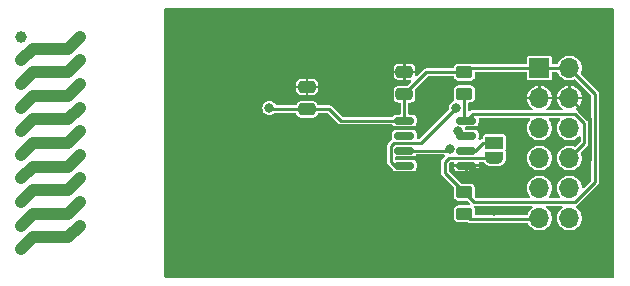
<source format=gbr>
%TF.GenerationSoftware,KiCad,Pcbnew,7.0.10*%
%TF.CreationDate,2024-01-17T20:15:58+01:00*%
%TF.ProjectId,RA01_868,52413031-5f38-4363-982e-6b696361645f,rev?*%
%TF.SameCoordinates,Original*%
%TF.FileFunction,Copper,L2,Bot*%
%TF.FilePolarity,Positive*%
%FSLAX46Y46*%
G04 Gerber Fmt 4.6, Leading zero omitted, Abs format (unit mm)*
G04 Created by KiCad (PCBNEW 7.0.10) date 2024-01-17 20:15:58*
%MOMM*%
%LPD*%
G01*
G04 APERTURE LIST*
G04 Aperture macros list*
%AMRoundRect*
0 Rectangle with rounded corners*
0 $1 Rounding radius*
0 $2 $3 $4 $5 $6 $7 $8 $9 X,Y pos of 4 corners*
0 Add a 4 corners polygon primitive as box body*
4,1,4,$2,$3,$4,$5,$6,$7,$8,$9,$2,$3,0*
0 Add four circle primitives for the rounded corners*
1,1,$1+$1,$2,$3*
1,1,$1+$1,$4,$5*
1,1,$1+$1,$6,$7*
1,1,$1+$1,$8,$9*
0 Add four rect primitives between the rounded corners*
20,1,$1+$1,$2,$3,$4,$5,0*
20,1,$1+$1,$4,$5,$6,$7,0*
20,1,$1+$1,$6,$7,$8,$9,0*
20,1,$1+$1,$8,$9,$2,$3,0*%
%AMFreePoly0*
4,1,19,0.550000,-0.750000,0.000000,-0.750000,0.000000,-0.744911,-0.071157,-0.744911,-0.207708,-0.704816,-0.327430,-0.627875,-0.420627,-0.520320,-0.479746,-0.390866,-0.500000,-0.250000,-0.500000,0.250000,-0.479746,0.390866,-0.420627,0.520320,-0.327430,0.627875,-0.207708,0.704816,-0.071157,0.744911,0.000000,0.744911,0.000000,0.750000,0.550000,0.750000,0.550000,-0.750000,0.550000,-0.750000,
$1*%
%AMFreePoly1*
4,1,19,0.000000,0.744911,0.071157,0.744911,0.207708,0.704816,0.327430,0.627875,0.420627,0.520320,0.479746,0.390866,0.500000,0.250000,0.500000,-0.250000,0.479746,-0.390866,0.420627,-0.520320,0.327430,-0.627875,0.207708,-0.704816,0.071157,-0.744911,0.000000,-0.744911,0.000000,-0.750000,-0.550000,-0.750000,-0.550000,0.750000,0.000000,0.750000,0.000000,0.744911,0.000000,0.744911,
$1*%
G04 Aperture macros list end*
%TA.AperFunction,EtchedComponent*%
%ADD10C,1.000000*%
%TD*%
%TA.AperFunction,ComponentPad*%
%ADD11R,1.700000X1.700000*%
%TD*%
%TA.AperFunction,ComponentPad*%
%ADD12O,1.700000X1.700000*%
%TD*%
%TA.AperFunction,ComponentPad*%
%ADD13C,1.000000*%
%TD*%
%TA.AperFunction,SMDPad,CuDef*%
%ADD14FreePoly0,270.000000*%
%TD*%
%TA.AperFunction,SMDPad,CuDef*%
%ADD15R,1.500000X1.000000*%
%TD*%
%TA.AperFunction,SMDPad,CuDef*%
%ADD16FreePoly1,270.000000*%
%TD*%
%TA.AperFunction,SMDPad,CuDef*%
%ADD17RoundRect,0.250000X0.475000X-0.250000X0.475000X0.250000X-0.475000X0.250000X-0.475000X-0.250000X0*%
%TD*%
%TA.AperFunction,SMDPad,CuDef*%
%ADD18RoundRect,0.250000X-0.450000X0.262500X-0.450000X-0.262500X0.450000X-0.262500X0.450000X0.262500X0*%
%TD*%
%TA.AperFunction,SMDPad,CuDef*%
%ADD19RoundRect,0.150000X0.675000X0.150000X-0.675000X0.150000X-0.675000X-0.150000X0.675000X-0.150000X0*%
%TD*%
%TA.AperFunction,ViaPad*%
%ADD20C,0.800000*%
%TD*%
%TA.AperFunction,Conductor*%
%ADD21C,0.250000*%
%TD*%
G04 APERTURE END LIST*
D10*
%TO.C,AE1*%
X105960000Y-58530000D02*
X106960000Y-57530000D01*
X106960000Y-57530000D02*
X109960000Y-57530000D01*
X109960000Y-57530000D02*
X110960000Y-56530000D01*
X105960000Y-56530000D02*
X106960000Y-55530000D01*
X106960000Y-55530000D02*
X109960000Y-55530000D01*
X109960000Y-55530000D02*
X110960000Y-54530000D01*
X105960000Y-54530000D02*
X106960000Y-53530000D01*
X106960000Y-53530000D02*
X109960000Y-53530000D01*
X109960000Y-53530000D02*
X110960000Y-52530000D01*
X105960000Y-52530000D02*
X106960000Y-51530000D01*
X106960000Y-51530000D02*
X109960000Y-51530000D01*
X109960000Y-51530000D02*
X110960000Y-50530000D01*
X105960000Y-50530000D02*
X106960000Y-49530000D01*
X106960000Y-49530000D02*
X109960000Y-49530000D01*
X109960000Y-49530000D02*
X110960000Y-48530000D01*
X105960000Y-48530000D02*
X106960000Y-47530000D01*
X106960000Y-47530000D02*
X109960000Y-47530000D01*
X109960000Y-47530000D02*
X110960000Y-46530000D01*
X105960000Y-46530000D02*
X106960000Y-45530000D01*
X106960000Y-45530000D02*
X109960000Y-45530000D01*
X109960000Y-45530000D02*
X110960000Y-44530000D01*
X105960000Y-44530000D02*
X106960000Y-43530000D01*
X106960000Y-43530000D02*
X109960000Y-43530000D01*
X109960000Y-43530000D02*
X110960000Y-42530000D01*
X105960000Y-42530000D02*
X106960000Y-41530000D01*
X106960000Y-41530000D02*
X109960000Y-41530000D01*
X109960000Y-41530000D02*
X110960000Y-40530000D01*
%TD*%
D11*
%TO.P,J1,1,Pin_1*%
%TO.N,VCC*%
X149860000Y-43180000D03*
D12*
%TO.P,J1,2,Pin_2*%
X152400000Y-43180000D03*
%TO.P,J1,3,Pin_3*%
%TO.N,GND*%
X149860000Y-45720000D03*
%TO.P,J1,4,Pin_4*%
X152400000Y-45720000D03*
%TO.P,J1,5,Pin_5*%
%TO.N,SCK*%
X149860000Y-48260000D03*
%TO.P,J1,6,Pin_6*%
%TO.N,unconnected-(J1-Pin_6-Pad6)*%
X152400000Y-48260000D03*
%TO.P,J1,7,Pin_7*%
%TO.N,MISO*%
X149860000Y-50800000D03*
%TO.P,J1,8,Pin_8*%
%TO.N,nCS2*%
X152400000Y-50800000D03*
%TO.P,J1,9,Pin_9*%
%TO.N,MOSI*%
X149860000Y-53340000D03*
%TO.P,J1,10,Pin_10*%
%TO.N,nRESET*%
X152400000Y-53340000D03*
%TO.P,J1,11,Pin_11*%
%TO.N,nCS*%
X149860000Y-55880000D03*
%TO.P,J1,12,Pin_12*%
%TO.N,DIO0*%
X152400000Y-55880000D03*
%TD*%
D13*
%TO.P,AE1,*%
%TO.N,*%
X105960000Y-58530000D03*
X105960000Y-56530000D03*
X110960000Y-56530000D03*
X105960000Y-54530000D03*
X110960000Y-54530000D03*
X105960000Y-52530000D03*
X110960000Y-52530000D03*
X105960000Y-50530000D03*
X110960000Y-50530000D03*
X105960000Y-48530000D03*
X110960000Y-48530000D03*
X105960000Y-46530000D03*
X110960000Y-46530000D03*
X105960000Y-44530000D03*
X110960000Y-44530000D03*
X105960000Y-42530000D03*
X110960000Y-42530000D03*
X105960000Y-40530000D03*
X110960000Y-40530000D03*
%TD*%
D14*
%TO.P,JP1,1,A*%
%TO.N,GND*%
X146050000Y-48200000D03*
D15*
%TO.P,JP1,2,C*%
%TO.N,Net-(JP1-C)*%
X146050000Y-49500000D03*
D16*
%TO.P,JP1,3,B*%
%TO.N,VCC*%
X146050000Y-50800000D03*
%TD*%
D17*
%TO.P,C1,1*%
%TO.N,VCC*%
X130175000Y-46670000D03*
%TO.P,C1,2*%
%TO.N,GND*%
X130175000Y-44770000D03*
%TD*%
D18*
%TO.P,R2,1*%
%TO.N,VCC*%
X143510000Y-53697500D03*
%TO.P,R2,2*%
%TO.N,nCS*%
X143510000Y-55522500D03*
%TD*%
%TO.P,R1,1*%
%TO.N,VCC*%
X143510000Y-43537500D03*
%TO.P,R1,2*%
%TO.N,nCS2*%
X143510000Y-45362500D03*
%TD*%
D17*
%TO.P,C2,1*%
%TO.N,VCC*%
X138430000Y-45400000D03*
%TO.P,C2,2*%
%TO.N,GND*%
X138430000Y-43500000D03*
%TD*%
D19*
%TO.P,U2,1,~{CS}*%
%TO.N,nCS2*%
X143680000Y-47625000D03*
%TO.P,U2,2,O1/SO*%
%TO.N,MISO*%
X143680000Y-48895000D03*
%TO.P,U2,3,~{WP}*%
%TO.N,Net-(JP1-C)*%
X143680000Y-50165000D03*
%TO.P,U2,4,VSS*%
%TO.N,GND*%
X143680000Y-51435000D03*
%TO.P,U2,5,SI/IO0*%
%TO.N,MOSI*%
X138430000Y-51435000D03*
%TO.P,U2,6,SCLK*%
%TO.N,SCK*%
X138430000Y-50165000D03*
%TO.P,U2,7,NC*%
%TO.N,unconnected-(U2-NC-Pad7)*%
X138430000Y-48895000D03*
%TO.P,U2,8,VCC*%
%TO.N,VCC*%
X138430000Y-47625000D03*
%TD*%
D20*
%TO.N,GND*%
X146050000Y-55245000D03*
X148590000Y-57150000D03*
X128905000Y-49530000D03*
%TO.N,MISO*%
X143000000Y-48545000D03*
%TO.N,MOSI*%
X142785000Y-46545000D03*
%TO.N,SCK*%
X142255329Y-50075000D03*
%TO.N,VCC*%
X127000000Y-46545000D03*
%TO.N,GND*%
X142875000Y-38735000D03*
X155575000Y-40005000D03*
X154305000Y-60325000D03*
X155575000Y-56515000D03*
X128905000Y-60325000D03*
X123825000Y-60325000D03*
X155575000Y-55245000D03*
X126365000Y-38735000D03*
X155575000Y-41275000D03*
X130175000Y-38735000D03*
X135255000Y-38735000D03*
X132715000Y-60325000D03*
X149225000Y-60325000D03*
X128905000Y-38735000D03*
X155575000Y-57785000D03*
X139065000Y-60325000D03*
X126365000Y-60325000D03*
X144145000Y-38735000D03*
X150495000Y-38735000D03*
X132715000Y-38735000D03*
X131445000Y-60325000D03*
X155575000Y-59055000D03*
X151765000Y-60325000D03*
X137795000Y-60325000D03*
X122555000Y-38735000D03*
X155575000Y-38735000D03*
X121285000Y-60325000D03*
X153035000Y-60325000D03*
X145415000Y-38735000D03*
X154305000Y-38735000D03*
X127635000Y-38735000D03*
X133985000Y-60325000D03*
X155575000Y-43815000D03*
X144145000Y-60325000D03*
X155575000Y-45085000D03*
X127635000Y-60325000D03*
X155575000Y-53975000D03*
X155575000Y-51435000D03*
X125095000Y-38735000D03*
X150495000Y-60325000D03*
X155575000Y-42545000D03*
X122555000Y-60325000D03*
X151765000Y-38735000D03*
X137795000Y-38735000D03*
X121285000Y-38735000D03*
X153035000Y-38735000D03*
X155575000Y-52705000D03*
X125095000Y-60325000D03*
X142875000Y-60325000D03*
X120015000Y-38735000D03*
X140335000Y-60325000D03*
X130175000Y-60325000D03*
X149225000Y-38735000D03*
X118745000Y-38735000D03*
X155575000Y-50165000D03*
X155575000Y-47625000D03*
X146685000Y-38735000D03*
X118745000Y-60325000D03*
X146685000Y-60325000D03*
X155575000Y-46355000D03*
X135255000Y-60325000D03*
X141605000Y-60325000D03*
X155575000Y-60325000D03*
X136525000Y-38735000D03*
X133985000Y-38735000D03*
X155575000Y-48895000D03*
X139065000Y-38735000D03*
X120015000Y-60325000D03*
X123825000Y-38735000D03*
X145415000Y-60325000D03*
X141605000Y-38735000D03*
X147955000Y-38735000D03*
X147955000Y-60325000D03*
X136525000Y-60325000D03*
X140335000Y-38735000D03*
X131445000Y-38735000D03*
%TD*%
D21*
%TO.N,nCS*%
X143510000Y-55522500D02*
X143957500Y-55970000D01*
X143957500Y-55970000D02*
X149770000Y-55970000D01*
X149770000Y-55970000D02*
X149860000Y-55880000D01*
%TO.N,VCC*%
X143510000Y-53697500D02*
X144327500Y-54515000D01*
X154570000Y-52831701D02*
X154570000Y-45350000D01*
X144327500Y-54515000D02*
X152886701Y-54515000D01*
X152886701Y-54515000D02*
X154570000Y-52831701D01*
X154570000Y-45350000D02*
X152400000Y-43180000D01*
%TO.N,GND*%
X152400000Y-45720000D02*
X154120000Y-47440000D01*
X154120000Y-47440000D02*
X154120000Y-50985000D01*
X153035000Y-52070000D02*
X148590000Y-52070000D01*
X154120000Y-50985000D02*
X153035000Y-52070000D01*
X148590000Y-52070000D02*
X147955000Y-51435000D01*
%TO.N,MISO*%
X143680000Y-48895000D02*
X143350000Y-48895000D01*
X143350000Y-48895000D02*
X143000000Y-48545000D01*
%TO.N,MOSI*%
X138430000Y-51435000D02*
X137605001Y-51435000D01*
X137605001Y-51435000D02*
X137280000Y-51109999D01*
X137280000Y-51109999D02*
X137280000Y-49814092D01*
X137280000Y-49814092D02*
X137564092Y-49530000D01*
X137564092Y-49530000D02*
X139800000Y-49530000D01*
X139800000Y-49530000D02*
X142785000Y-46545000D01*
%TO.N,SCK*%
X138430000Y-50165000D02*
X142165329Y-50165000D01*
X142165329Y-50165000D02*
X142255329Y-50075000D01*
%TO.N,VCC*%
X130175000Y-46670000D02*
X127125000Y-46670000D01*
X127125000Y-46670000D02*
X127000000Y-46545000D01*
X133030000Y-47625000D02*
X132075000Y-46670000D01*
X132075000Y-46670000D02*
X130175000Y-46670000D01*
%TO.N,GND*%
X147655001Y-51734999D02*
X147955000Y-51435000D01*
X147955000Y-51435000D02*
X147955000Y-49355000D01*
X143680000Y-51435000D02*
X143979999Y-51734999D01*
X146800000Y-48200000D02*
X146050000Y-48200000D01*
X147955000Y-49355000D02*
X146800000Y-48200000D01*
X143979999Y-51734999D02*
X147655001Y-51734999D01*
%TO.N,nCS*%
X149502500Y-55522500D02*
X149860000Y-55880000D01*
X143510000Y-55522500D02*
X143327500Y-55705000D01*
%TO.N,VCC*%
X143510000Y-53697500D02*
X141865000Y-52052500D01*
X142184645Y-50800000D02*
X146050000Y-50800000D01*
X141865000Y-51119645D02*
X142184645Y-50800000D01*
X152400000Y-43180000D02*
X149860000Y-43180000D01*
X143867500Y-43180000D02*
X143510000Y-43537500D01*
X141865000Y-52052500D02*
X141865000Y-51119645D01*
X149860000Y-43180000D02*
X143867500Y-43180000D01*
X138430000Y-47625000D02*
X133030000Y-47625000D01*
X143510000Y-43537500D02*
X140292500Y-43537500D01*
X138430000Y-45400000D02*
X138430000Y-47625000D01*
X140292500Y-43537500D02*
X138430000Y-45400000D01*
%TO.N,nCS2*%
X143510000Y-45362500D02*
X143510000Y-47455000D01*
X143680000Y-47625000D02*
X144220000Y-47085000D01*
X143510000Y-47625000D02*
X143680000Y-47625000D01*
X153670000Y-49530000D02*
X152400000Y-50800000D01*
X152886701Y-47085000D02*
X153670000Y-47868299D01*
X143510000Y-47455000D02*
X143680000Y-47625000D01*
X153670000Y-47868299D02*
X153670000Y-49530000D01*
X144220000Y-47085000D02*
X152886701Y-47085000D01*
%TO.N,Net-(JP1-C)*%
X144385000Y-50165000D02*
X145050000Y-49500000D01*
X145050000Y-49500000D02*
X146050000Y-49500000D01*
X143680000Y-50165000D02*
X144385000Y-50165000D01*
%TD*%
%TA.AperFunction,Conductor*%
%TO.N,GND*%
G36*
X149252226Y-54859407D02*
G01*
X149288190Y-54908907D01*
X149288190Y-54970093D01*
X149256840Y-55016028D01*
X149113595Y-55133585D01*
X149113585Y-55133595D01*
X148982316Y-55293547D01*
X148884768Y-55476045D01*
X148854982Y-55574238D01*
X148819997Y-55624435D01*
X148762189Y-55644481D01*
X148760245Y-55644500D01*
X144509500Y-55644500D01*
X144451309Y-55625593D01*
X144415345Y-55576093D01*
X144410500Y-55545500D01*
X144410500Y-55205727D01*
X144410499Y-55205725D01*
X144407646Y-55175305D01*
X144407646Y-55175301D01*
X144362793Y-55047118D01*
X144326754Y-54998287D01*
X144307414Y-54940240D01*
X144325886Y-54881909D01*
X144375115Y-54845577D01*
X144406411Y-54840500D01*
X149194035Y-54840500D01*
X149252226Y-54859407D01*
G37*
%TD.AperFunction*%
%TA.AperFunction,Conductor*%
G36*
X156143691Y-38144407D02*
G01*
X156179655Y-38193907D01*
X156184500Y-38224500D01*
X156184500Y-60835500D01*
X156165593Y-60893691D01*
X156116093Y-60929655D01*
X156085500Y-60934500D01*
X118209000Y-60934500D01*
X118150809Y-60915593D01*
X118114845Y-60866093D01*
X118110000Y-60835500D01*
X118110000Y-46545000D01*
X126394318Y-46545000D01*
X126414955Y-46701758D01*
X126414957Y-46701766D01*
X126475462Y-46847838D01*
X126475462Y-46847839D01*
X126490888Y-46867942D01*
X126571718Y-46973282D01*
X126697159Y-47069536D01*
X126697160Y-47069536D01*
X126697161Y-47069537D01*
X126838856Y-47128229D01*
X126843238Y-47130044D01*
X126960809Y-47145522D01*
X126999999Y-47150682D01*
X127000000Y-47150682D01*
X127000001Y-47150682D01*
X127031352Y-47146554D01*
X127156762Y-47130044D01*
X127302841Y-47069536D01*
X127372665Y-47015957D01*
X127430341Y-46995534D01*
X127432932Y-46995500D01*
X129178891Y-46995500D01*
X129237082Y-47014407D01*
X129272335Y-47061802D01*
X129297207Y-47132883D01*
X129377845Y-47242144D01*
X129377847Y-47242146D01*
X129377850Y-47242150D01*
X129377853Y-47242152D01*
X129377855Y-47242154D01*
X129487116Y-47322792D01*
X129487117Y-47322792D01*
X129487118Y-47322793D01*
X129615301Y-47367646D01*
X129645725Y-47370499D01*
X129645727Y-47370500D01*
X129645734Y-47370500D01*
X130704273Y-47370500D01*
X130704273Y-47370499D01*
X130734699Y-47367646D01*
X130862882Y-47322793D01*
X130972150Y-47242150D01*
X131052793Y-47132882D01*
X131077665Y-47061802D01*
X131114730Y-47013122D01*
X131171109Y-46995500D01*
X131899166Y-46995500D01*
X131957357Y-47014407D01*
X131969170Y-47024496D01*
X132786730Y-47842056D01*
X132792564Y-47848423D01*
X132817545Y-47878194D01*
X132851209Y-47897630D01*
X132858482Y-47902264D01*
X132879173Y-47916752D01*
X132890316Y-47924554D01*
X132891767Y-47924942D01*
X132915659Y-47934840D01*
X132916954Y-47935588D01*
X132955220Y-47942335D01*
X132963652Y-47944204D01*
X133001193Y-47954264D01*
X133039905Y-47950876D01*
X133048534Y-47950500D01*
X137393812Y-47950500D01*
X137452003Y-47969407D01*
X137463816Y-47979496D01*
X137465801Y-47981481D01*
X137465802Y-47981483D01*
X137548517Y-48064198D01*
X137602285Y-48090483D01*
X137653604Y-48115572D01*
X137653605Y-48115572D01*
X137653607Y-48115573D01*
X137721740Y-48125500D01*
X137721743Y-48125500D01*
X139138257Y-48125500D01*
X139138260Y-48125500D01*
X139206393Y-48115573D01*
X139311483Y-48064198D01*
X139394198Y-47981483D01*
X139445573Y-47876393D01*
X139455500Y-47808260D01*
X139455500Y-47441740D01*
X139445573Y-47373607D01*
X139444054Y-47370500D01*
X139419220Y-47319700D01*
X139394198Y-47268517D01*
X139311483Y-47185802D01*
X139311481Y-47185801D01*
X139206395Y-47134427D01*
X139179139Y-47130456D01*
X139138260Y-47124500D01*
X139138257Y-47124500D01*
X138854500Y-47124500D01*
X138796309Y-47105593D01*
X138760345Y-47056093D01*
X138755500Y-47025500D01*
X138755500Y-46199500D01*
X138774407Y-46141309D01*
X138823907Y-46105345D01*
X138854500Y-46100500D01*
X138959273Y-46100500D01*
X138959273Y-46100499D01*
X138989699Y-46097646D01*
X139117882Y-46052793D01*
X139227150Y-45972150D01*
X139307793Y-45862882D01*
X139352646Y-45734699D01*
X139355499Y-45704273D01*
X139355500Y-45704273D01*
X139355500Y-45095727D01*
X139355499Y-45095725D01*
X139353481Y-45074211D01*
X139352646Y-45065301D01*
X139340109Y-45029474D01*
X139338736Y-44968306D01*
X139363548Y-44926776D01*
X140398330Y-43891996D01*
X140452847Y-43864219D01*
X140468334Y-43863000D01*
X142534517Y-43863000D01*
X142592708Y-43881907D01*
X142627961Y-43929302D01*
X142657207Y-44012883D01*
X142737845Y-44122144D01*
X142737847Y-44122146D01*
X142737850Y-44122150D01*
X142737853Y-44122152D01*
X142737855Y-44122154D01*
X142847116Y-44202792D01*
X142847117Y-44202792D01*
X142847118Y-44202793D01*
X142975301Y-44247646D01*
X143005725Y-44250499D01*
X143005727Y-44250500D01*
X143005734Y-44250500D01*
X144014273Y-44250500D01*
X144014273Y-44250499D01*
X144044699Y-44247646D01*
X144172882Y-44202793D01*
X144282150Y-44122150D01*
X144362793Y-44012882D01*
X144407646Y-43884699D01*
X144410499Y-43854273D01*
X144410500Y-43854273D01*
X144410500Y-43604500D01*
X144429407Y-43546309D01*
X144478907Y-43510345D01*
X144509500Y-43505500D01*
X148710500Y-43505500D01*
X148768691Y-43524407D01*
X148804655Y-43573907D01*
X148809500Y-43604500D01*
X148809500Y-44049746D01*
X148809501Y-44049758D01*
X148821132Y-44108227D01*
X148821134Y-44108233D01*
X148860493Y-44167137D01*
X148865448Y-44174552D01*
X148931769Y-44218867D01*
X148976231Y-44227711D01*
X148990241Y-44230498D01*
X148990246Y-44230498D01*
X148990252Y-44230500D01*
X148990253Y-44230500D01*
X150729747Y-44230500D01*
X150729748Y-44230500D01*
X150788231Y-44218867D01*
X150854552Y-44174552D01*
X150898867Y-44108231D01*
X150910500Y-44049748D01*
X150910500Y-43604500D01*
X150929407Y-43546309D01*
X150978907Y-43510345D01*
X151009500Y-43505500D01*
X151327546Y-43505500D01*
X151385737Y-43524407D01*
X151421701Y-43573907D01*
X151422267Y-43575709D01*
X151424768Y-43583954D01*
X151424769Y-43583956D01*
X151522316Y-43766452D01*
X151619355Y-43884694D01*
X151653590Y-43926410D01*
X151653595Y-43926414D01*
X151813547Y-44057683D01*
X151813548Y-44057683D01*
X151813550Y-44057685D01*
X151996046Y-44155232D01*
X152133997Y-44197078D01*
X152194065Y-44215300D01*
X152194070Y-44215301D01*
X152399997Y-44235583D01*
X152400000Y-44235583D01*
X152400003Y-44235583D01*
X152605929Y-44215301D01*
X152605934Y-44215300D01*
X152803954Y-44155232D01*
X152811499Y-44151198D01*
X152871730Y-44140439D01*
X152926783Y-44167137D01*
X152928176Y-44168502D01*
X154215504Y-45455830D01*
X154243281Y-45510347D01*
X154244500Y-45525834D01*
X154244500Y-52655865D01*
X154225593Y-52714056D01*
X154215504Y-52725869D01*
X153616665Y-53324708D01*
X153562148Y-53352485D01*
X153501716Y-53342914D01*
X153458451Y-53299649D01*
X153448138Y-53264408D01*
X153435301Y-53134070D01*
X153435300Y-53134065D01*
X153396682Y-53006758D01*
X153375232Y-52936046D01*
X153277685Y-52753550D01*
X153245273Y-52714056D01*
X153146414Y-52593595D01*
X153146410Y-52593590D01*
X153146404Y-52593585D01*
X152986452Y-52462316D01*
X152803954Y-52364768D01*
X152605934Y-52304699D01*
X152605929Y-52304698D01*
X152400003Y-52284417D01*
X152399997Y-52284417D01*
X152194070Y-52304698D01*
X152194065Y-52304699D01*
X151996045Y-52364768D01*
X151813547Y-52462316D01*
X151653595Y-52593585D01*
X151653585Y-52593595D01*
X151522316Y-52753547D01*
X151424768Y-52936045D01*
X151364699Y-53134065D01*
X151364698Y-53134070D01*
X151344417Y-53339996D01*
X151344417Y-53340003D01*
X151364698Y-53545929D01*
X151364699Y-53545934D01*
X151424768Y-53743954D01*
X151522316Y-53926452D01*
X151605404Y-54027695D01*
X151627704Y-54084672D01*
X151612255Y-54143875D01*
X151564958Y-54182690D01*
X151528876Y-54189500D01*
X150731124Y-54189500D01*
X150672933Y-54170593D01*
X150636969Y-54121093D01*
X150636969Y-54059907D01*
X150654596Y-54027695D01*
X150665617Y-54014266D01*
X150737685Y-53926450D01*
X150835232Y-53743954D01*
X150895300Y-53545934D01*
X150895301Y-53545929D01*
X150915583Y-53340003D01*
X150915583Y-53339996D01*
X150895301Y-53134070D01*
X150895300Y-53134065D01*
X150856682Y-53006758D01*
X150835232Y-52936046D01*
X150737685Y-52753550D01*
X150705273Y-52714056D01*
X150606414Y-52593595D01*
X150606410Y-52593590D01*
X150606404Y-52593585D01*
X150446452Y-52462316D01*
X150263954Y-52364768D01*
X150065934Y-52304699D01*
X150065929Y-52304698D01*
X149860003Y-52284417D01*
X149859997Y-52284417D01*
X149654070Y-52304698D01*
X149654065Y-52304699D01*
X149456045Y-52364768D01*
X149273547Y-52462316D01*
X149113595Y-52593585D01*
X149113585Y-52593595D01*
X148982316Y-52753547D01*
X148884768Y-52936045D01*
X148824699Y-53134065D01*
X148824698Y-53134070D01*
X148804417Y-53339996D01*
X148804417Y-53340003D01*
X148824698Y-53545929D01*
X148824699Y-53545934D01*
X148884768Y-53743954D01*
X148982316Y-53926452D01*
X149065404Y-54027695D01*
X149087704Y-54084672D01*
X149072255Y-54143875D01*
X149024958Y-54182690D01*
X148988876Y-54189500D01*
X144503334Y-54189500D01*
X144445143Y-54170593D01*
X144433330Y-54160504D01*
X144428271Y-54155445D01*
X144400494Y-54100928D01*
X144404831Y-54052741D01*
X144407646Y-54044699D01*
X144410499Y-54014273D01*
X144410500Y-54014273D01*
X144410500Y-53380727D01*
X144410499Y-53380725D01*
X144407646Y-53350301D01*
X144362793Y-53222118D01*
X144297807Y-53134065D01*
X144282154Y-53112855D01*
X144282152Y-53112853D01*
X144282150Y-53112850D01*
X144282146Y-53112847D01*
X144282144Y-53112845D01*
X144172883Y-53032207D01*
X144044703Y-52987355D01*
X144044694Y-52987353D01*
X144014274Y-52984500D01*
X144014266Y-52984500D01*
X143298335Y-52984500D01*
X143240144Y-52965593D01*
X143228331Y-52955504D01*
X142219496Y-51946669D01*
X142191719Y-51892152D01*
X142190500Y-51876665D01*
X142190500Y-51618216D01*
X142655001Y-51618216D01*
X142664912Y-51686250D01*
X142716214Y-51791188D01*
X142798812Y-51873786D01*
X142903751Y-51925087D01*
X142971784Y-51934999D01*
X143579998Y-51934999D01*
X143580000Y-51934998D01*
X143780000Y-51934998D01*
X143780001Y-51934999D01*
X144388213Y-51934999D01*
X144388216Y-51934998D01*
X144456250Y-51925087D01*
X144561188Y-51873785D01*
X144643786Y-51791187D01*
X144695087Y-51686248D01*
X144705000Y-51618215D01*
X144705000Y-51535001D01*
X144704999Y-51535000D01*
X143780001Y-51535000D01*
X143780000Y-51535001D01*
X143780000Y-51934998D01*
X143580000Y-51934998D01*
X143580000Y-51535001D01*
X143579999Y-51535000D01*
X142655002Y-51535000D01*
X142655001Y-51535001D01*
X142655001Y-51618216D01*
X142190500Y-51618216D01*
X142190500Y-51295478D01*
X142209407Y-51237287D01*
X142219497Y-51225474D01*
X142290476Y-51154496D01*
X142344993Y-51126719D01*
X142360479Y-51125500D01*
X142558930Y-51125500D01*
X142617121Y-51144407D01*
X142653085Y-51193907D01*
X142656895Y-51238776D01*
X142655000Y-51251777D01*
X142655000Y-51334999D01*
X142655001Y-51335000D01*
X144704998Y-51335000D01*
X144704999Y-51334999D01*
X144704999Y-51251786D01*
X144703103Y-51238773D01*
X144713424Y-51178464D01*
X144757221Y-51135740D01*
X144801069Y-51125500D01*
X145117772Y-51125500D01*
X145175963Y-51144407D01*
X145201054Y-51170974D01*
X145246263Y-51241320D01*
X145284368Y-51285295D01*
X145284375Y-51285301D01*
X145284377Y-51285303D01*
X145393023Y-51379445D01*
X145393036Y-51379454D01*
X145441967Y-51410900D01*
X145441971Y-51410902D01*
X145441977Y-51410906D01*
X145572762Y-51470634D01*
X145628592Y-51487027D01*
X145676030Y-51493847D01*
X145770903Y-51507489D01*
X145770907Y-51507489D01*
X145829095Y-51507489D01*
X145838261Y-51506170D01*
X145843373Y-51505435D01*
X145857463Y-51504428D01*
X146242537Y-51504428D01*
X146256626Y-51505435D01*
X146261738Y-51506170D01*
X146270905Y-51507489D01*
X146270907Y-51507489D01*
X146329097Y-51507489D01*
X146410415Y-51495796D01*
X146471408Y-51487027D01*
X146527238Y-51470634D01*
X146658023Y-51410906D01*
X146706971Y-51379449D01*
X146815632Y-51285295D01*
X146853737Y-51241320D01*
X146853739Y-51241315D01*
X146853744Y-51241310D01*
X146927386Y-51126719D01*
X146931469Y-51120366D01*
X146955640Y-51067438D01*
X146996147Y-50929483D01*
X147004428Y-50871889D01*
X147004428Y-50800003D01*
X148804417Y-50800003D01*
X148824698Y-51005929D01*
X148824699Y-51005934D01*
X148884768Y-51203954D01*
X148982316Y-51386452D01*
X149104226Y-51535000D01*
X149113590Y-51546410D01*
X149113595Y-51546414D01*
X149273547Y-51677683D01*
X149273548Y-51677683D01*
X149273550Y-51677685D01*
X149456046Y-51775232D01*
X149593997Y-51817078D01*
X149654065Y-51835300D01*
X149654070Y-51835301D01*
X149859997Y-51855583D01*
X149860000Y-51855583D01*
X149860003Y-51855583D01*
X150065929Y-51835301D01*
X150065934Y-51835300D01*
X150263954Y-51775232D01*
X150446450Y-51677685D01*
X150606410Y-51546410D01*
X150737685Y-51386450D01*
X150835232Y-51203954D01*
X150895300Y-51005934D01*
X150895301Y-51005929D01*
X150915583Y-50800003D01*
X150915583Y-50799996D01*
X150895301Y-50594070D01*
X150895300Y-50594065D01*
X150859030Y-50474500D01*
X150835232Y-50396046D01*
X150737685Y-50213550D01*
X150703396Y-50171769D01*
X150606414Y-50053595D01*
X150606410Y-50053590D01*
X150565171Y-50019746D01*
X150446452Y-49922316D01*
X150263954Y-49824768D01*
X150065934Y-49764699D01*
X150065929Y-49764698D01*
X149860003Y-49744417D01*
X149859997Y-49744417D01*
X149654070Y-49764698D01*
X149654065Y-49764699D01*
X149456045Y-49824768D01*
X149273547Y-49922316D01*
X149113595Y-50053585D01*
X149113585Y-50053595D01*
X148982316Y-50213547D01*
X148884768Y-50396045D01*
X148824699Y-50594065D01*
X148824698Y-50594070D01*
X148804417Y-50799996D01*
X148804417Y-50800003D01*
X147004428Y-50800003D01*
X147004428Y-50250000D01*
X146988867Y-50171769D01*
X146988865Y-50171766D01*
X146988865Y-50171765D01*
X146985187Y-50162885D01*
X146980386Y-50101888D01*
X146985187Y-50087113D01*
X146988863Y-50078236D01*
X146988867Y-50078231D01*
X147000500Y-50019748D01*
X147000500Y-48980252D01*
X146988867Y-48921769D01*
X146944552Y-48855448D01*
X146933165Y-48847839D01*
X146878233Y-48811134D01*
X146878231Y-48811133D01*
X146878228Y-48811132D01*
X146878227Y-48811132D01*
X146819758Y-48799501D01*
X146819748Y-48799500D01*
X145280252Y-48799500D01*
X145280251Y-48799500D01*
X145280241Y-48799501D01*
X145221772Y-48811132D01*
X145221766Y-48811134D01*
X145155451Y-48855445D01*
X145155445Y-48855451D01*
X145111134Y-48921766D01*
X145111132Y-48921772D01*
X145099501Y-48980241D01*
X145099500Y-48980253D01*
X145099500Y-49073787D01*
X145080593Y-49131978D01*
X145031093Y-49167942D01*
X145026122Y-49169414D01*
X144983650Y-49180794D01*
X144975223Y-49182662D01*
X144936960Y-49189410D01*
X144936948Y-49189414D01*
X144935640Y-49190170D01*
X144911786Y-49200051D01*
X144910324Y-49200442D01*
X144910317Y-49200445D01*
X144910316Y-49200446D01*
X144878475Y-49222740D01*
X144871204Y-49227372D01*
X144843480Y-49243379D01*
X144783632Y-49256101D01*
X144727736Y-49231215D01*
X144697143Y-49178228D01*
X144696013Y-49143372D01*
X144705500Y-49078260D01*
X144705500Y-48711740D01*
X144695573Y-48643607D01*
X144644198Y-48538517D01*
X144561483Y-48455802D01*
X144561481Y-48455801D01*
X144456395Y-48404427D01*
X144429139Y-48400456D01*
X144388260Y-48394500D01*
X144388257Y-48394500D01*
X143653787Y-48394500D01*
X143595596Y-48375593D01*
X143562323Y-48333385D01*
X143532914Y-48262385D01*
X143528113Y-48201389D01*
X143560083Y-48149220D01*
X143616611Y-48125805D01*
X143624378Y-48125500D01*
X144388257Y-48125500D01*
X144388260Y-48125500D01*
X144456393Y-48115573D01*
X144561483Y-48064198D01*
X144644198Y-47981483D01*
X144695573Y-47876393D01*
X144705500Y-47808260D01*
X144705500Y-47509500D01*
X144724407Y-47451309D01*
X144773907Y-47415345D01*
X144804500Y-47410500D01*
X148988876Y-47410500D01*
X149047067Y-47429407D01*
X149083031Y-47478907D01*
X149083031Y-47540093D01*
X149065404Y-47572305D01*
X148982317Y-47673547D01*
X148982316Y-47673547D01*
X148884768Y-47856045D01*
X148824699Y-48054065D01*
X148824698Y-48054070D01*
X148804417Y-48259996D01*
X148804417Y-48260003D01*
X148824698Y-48465929D01*
X148824699Y-48465934D01*
X148884768Y-48663954D01*
X148982316Y-48846452D01*
X149098765Y-48988346D01*
X149113590Y-49006410D01*
X149113595Y-49006414D01*
X149273547Y-49137683D01*
X149273548Y-49137683D01*
X149273550Y-49137685D01*
X149456046Y-49235232D01*
X149593095Y-49276805D01*
X149654065Y-49295300D01*
X149654070Y-49295301D01*
X149859997Y-49315583D01*
X149860000Y-49315583D01*
X149860003Y-49315583D01*
X150065929Y-49295301D01*
X150065934Y-49295300D01*
X150263954Y-49235232D01*
X150446450Y-49137685D01*
X150606410Y-49006410D01*
X150737685Y-48846450D01*
X150835232Y-48663954D01*
X150895300Y-48465934D01*
X150895301Y-48465929D01*
X150915583Y-48260003D01*
X150915583Y-48259996D01*
X150895301Y-48054070D01*
X150895300Y-48054065D01*
X150877078Y-47993997D01*
X150835232Y-47856046D01*
X150737685Y-47673550D01*
X150723154Y-47655844D01*
X150654596Y-47572305D01*
X150632296Y-47515328D01*
X150647745Y-47456125D01*
X150695042Y-47417310D01*
X150731124Y-47410500D01*
X151528876Y-47410500D01*
X151587067Y-47429407D01*
X151623031Y-47478907D01*
X151623031Y-47540093D01*
X151605404Y-47572305D01*
X151522317Y-47673547D01*
X151522316Y-47673547D01*
X151424768Y-47856045D01*
X151364699Y-48054065D01*
X151364698Y-48054070D01*
X151344417Y-48259996D01*
X151344417Y-48260003D01*
X151364698Y-48465929D01*
X151364699Y-48465934D01*
X151424768Y-48663954D01*
X151522316Y-48846452D01*
X151638765Y-48988346D01*
X151653590Y-49006410D01*
X151653595Y-49006414D01*
X151813547Y-49137683D01*
X151813548Y-49137683D01*
X151813550Y-49137685D01*
X151996046Y-49235232D01*
X152133095Y-49276805D01*
X152194065Y-49295300D01*
X152194070Y-49295301D01*
X152399997Y-49315583D01*
X152400000Y-49315583D01*
X152400003Y-49315583D01*
X152605929Y-49295301D01*
X152605934Y-49295300D01*
X152803954Y-49235232D01*
X152986450Y-49137685D01*
X153146410Y-49006410D01*
X153168973Y-48978916D01*
X153220502Y-48945930D01*
X153281581Y-48949531D01*
X153328879Y-48988346D01*
X153344500Y-49041722D01*
X153344500Y-49354165D01*
X153325593Y-49412356D01*
X153315504Y-49424168D01*
X152928174Y-49811497D01*
X152873659Y-49839274D01*
X152813227Y-49829703D01*
X152811504Y-49828803D01*
X152803959Y-49824770D01*
X152803954Y-49824768D01*
X152605934Y-49764699D01*
X152605929Y-49764698D01*
X152400003Y-49744417D01*
X152399997Y-49744417D01*
X152194070Y-49764698D01*
X152194065Y-49764699D01*
X151996045Y-49824768D01*
X151813547Y-49922316D01*
X151653595Y-50053585D01*
X151653585Y-50053595D01*
X151522316Y-50213547D01*
X151424768Y-50396045D01*
X151364699Y-50594065D01*
X151364698Y-50594070D01*
X151344417Y-50799996D01*
X151344417Y-50800003D01*
X151364698Y-51005929D01*
X151364699Y-51005934D01*
X151424768Y-51203954D01*
X151522316Y-51386452D01*
X151644226Y-51535000D01*
X151653590Y-51546410D01*
X151653595Y-51546414D01*
X151813547Y-51677683D01*
X151813548Y-51677683D01*
X151813550Y-51677685D01*
X151996046Y-51775232D01*
X152133997Y-51817078D01*
X152194065Y-51835300D01*
X152194070Y-51835301D01*
X152399997Y-51855583D01*
X152400000Y-51855583D01*
X152400003Y-51855583D01*
X152605929Y-51835301D01*
X152605934Y-51835300D01*
X152803954Y-51775232D01*
X152986450Y-51677685D01*
X153146410Y-51546410D01*
X153277685Y-51386450D01*
X153375232Y-51203954D01*
X153435300Y-51005934D01*
X153435301Y-51005929D01*
X153455583Y-50800003D01*
X153455583Y-50799996D01*
X153435301Y-50594070D01*
X153435300Y-50594065D01*
X153407761Y-50503282D01*
X153375232Y-50396046D01*
X153371196Y-50388496D01*
X153360439Y-50328265D01*
X153387140Y-50273213D01*
X153388453Y-50271872D01*
X153887072Y-49773253D01*
X153893431Y-49767428D01*
X153896682Y-49764700D01*
X153923194Y-49742455D01*
X153942624Y-49708799D01*
X153947252Y-49701532D01*
X153969554Y-49669684D01*
X153969942Y-49668236D01*
X153979838Y-49644345D01*
X153980586Y-49643048D01*
X153980585Y-49643048D01*
X153980588Y-49643045D01*
X153987341Y-49604743D01*
X153989198Y-49596366D01*
X153999263Y-49558807D01*
X153995877Y-49520102D01*
X153995500Y-49511474D01*
X153995500Y-47886832D01*
X153995877Y-47878203D01*
X153996035Y-47876393D01*
X153999264Y-47839492D01*
X153989204Y-47801951D01*
X153987335Y-47793519D01*
X153980588Y-47755253D01*
X153979840Y-47753958D01*
X153969942Y-47730066D01*
X153969554Y-47728615D01*
X153947264Y-47696781D01*
X153942630Y-47689508D01*
X153923194Y-47655844D01*
X153893428Y-47630867D01*
X153887060Y-47625033D01*
X153129969Y-46867942D01*
X153124135Y-46861574D01*
X153099157Y-46831806D01*
X153065496Y-46812372D01*
X153058213Y-46807732D01*
X153026386Y-46785446D01*
X153026380Y-46785443D01*
X153024925Y-46785054D01*
X153001049Y-46775164D01*
X152992245Y-46770081D01*
X152993367Y-46768136D01*
X152954627Y-46737861D01*
X152937769Y-46679044D01*
X152958702Y-46621551D01*
X152982933Y-46601197D01*
X152982118Y-46599977D01*
X152986170Y-46597268D01*
X153146050Y-46466059D01*
X153146059Y-46466050D01*
X153277268Y-46306170D01*
X153277275Y-46306160D01*
X153374765Y-46123767D01*
X153374767Y-46123762D01*
X153434808Y-45925836D01*
X153434809Y-45925831D01*
X153445232Y-45820000D01*
X152891746Y-45820000D01*
X152900000Y-45791889D01*
X152900000Y-45648111D01*
X152891746Y-45620000D01*
X153445232Y-45620000D01*
X153445232Y-45619999D01*
X153434809Y-45514168D01*
X153434808Y-45514163D01*
X153374767Y-45316237D01*
X153374765Y-45316232D01*
X153277275Y-45133839D01*
X153277268Y-45133829D01*
X153146059Y-44973949D01*
X153146050Y-44973940D01*
X152986170Y-44842731D01*
X152986160Y-44842724D01*
X152803767Y-44745234D01*
X152803762Y-44745232D01*
X152605836Y-44685191D01*
X152605831Y-44685190D01*
X152500000Y-44674767D01*
X152500000Y-45229235D01*
X152435763Y-45220000D01*
X152364237Y-45220000D01*
X152300000Y-45229235D01*
X152300000Y-44674767D01*
X152299999Y-44674767D01*
X152194168Y-44685190D01*
X152194163Y-44685191D01*
X151996237Y-44745232D01*
X151996232Y-44745234D01*
X151813839Y-44842724D01*
X151813829Y-44842731D01*
X151653949Y-44973940D01*
X151653940Y-44973949D01*
X151522731Y-45133829D01*
X151522724Y-45133839D01*
X151425234Y-45316232D01*
X151425232Y-45316237D01*
X151365191Y-45514163D01*
X151365190Y-45514168D01*
X151354767Y-45619999D01*
X151354768Y-45620000D01*
X151908254Y-45620000D01*
X151900000Y-45648111D01*
X151900000Y-45791889D01*
X151908254Y-45820000D01*
X151354767Y-45820000D01*
X151365190Y-45925831D01*
X151365191Y-45925836D01*
X151425232Y-46123762D01*
X151425234Y-46123767D01*
X151522724Y-46306160D01*
X151522731Y-46306170D01*
X151653940Y-46466050D01*
X151653949Y-46466059D01*
X151797628Y-46583972D01*
X151830615Y-46635503D01*
X151827013Y-46696582D01*
X151788198Y-46743879D01*
X151734823Y-46759500D01*
X150525177Y-46759500D01*
X150466986Y-46740593D01*
X150431022Y-46691093D01*
X150431022Y-46629907D01*
X150462372Y-46583972D01*
X150606050Y-46466059D01*
X150606059Y-46466050D01*
X150737268Y-46306170D01*
X150737275Y-46306160D01*
X150834765Y-46123767D01*
X150834767Y-46123762D01*
X150894808Y-45925836D01*
X150894809Y-45925831D01*
X150905232Y-45820000D01*
X150351746Y-45820000D01*
X150360000Y-45791889D01*
X150360000Y-45648111D01*
X150351746Y-45620000D01*
X150905232Y-45620000D01*
X150905232Y-45619999D01*
X150894809Y-45514168D01*
X150894808Y-45514163D01*
X150834767Y-45316237D01*
X150834765Y-45316232D01*
X150737275Y-45133839D01*
X150737268Y-45133829D01*
X150606059Y-44973949D01*
X150606050Y-44973940D01*
X150446170Y-44842731D01*
X150446160Y-44842724D01*
X150263767Y-44745234D01*
X150263762Y-44745232D01*
X150065836Y-44685191D01*
X150065831Y-44685190D01*
X149960000Y-44674767D01*
X149960000Y-45229235D01*
X149895763Y-45220000D01*
X149824237Y-45220000D01*
X149760000Y-45229235D01*
X149760000Y-44674767D01*
X149759999Y-44674767D01*
X149654168Y-44685190D01*
X149654163Y-44685191D01*
X149456237Y-44745232D01*
X149456232Y-44745234D01*
X149273839Y-44842724D01*
X149273829Y-44842731D01*
X149113949Y-44973940D01*
X149113940Y-44973949D01*
X148982731Y-45133829D01*
X148982724Y-45133839D01*
X148885234Y-45316232D01*
X148885232Y-45316237D01*
X148825191Y-45514163D01*
X148825190Y-45514168D01*
X148814767Y-45619999D01*
X148814768Y-45620000D01*
X149368254Y-45620000D01*
X149360000Y-45648111D01*
X149360000Y-45791889D01*
X149368254Y-45820000D01*
X148814767Y-45820000D01*
X148825190Y-45925831D01*
X148825191Y-45925836D01*
X148885232Y-46123762D01*
X148885234Y-46123767D01*
X148982724Y-46306160D01*
X148982731Y-46306170D01*
X149113940Y-46466050D01*
X149113949Y-46466059D01*
X149257628Y-46583972D01*
X149290615Y-46635503D01*
X149287013Y-46696582D01*
X149248198Y-46743879D01*
X149194823Y-46759500D01*
X144238523Y-46759500D01*
X144229894Y-46759123D01*
X144191194Y-46755737D01*
X144191189Y-46755737D01*
X144153656Y-46765794D01*
X144145227Y-46767663D01*
X144106956Y-46774411D01*
X144106948Y-46774414D01*
X144105640Y-46775170D01*
X144081786Y-46785051D01*
X144080324Y-46785442D01*
X144080314Y-46785447D01*
X144048483Y-46807734D01*
X144041207Y-46812369D01*
X144007545Y-46831805D01*
X144000910Y-46837373D01*
X143999256Y-46835402D01*
X143958449Y-46860901D01*
X143897412Y-46856632D01*
X143850542Y-46817302D01*
X143835500Y-46764841D01*
X143835500Y-46174500D01*
X143854407Y-46116309D01*
X143903907Y-46080345D01*
X143934500Y-46075500D01*
X144014273Y-46075500D01*
X144014273Y-46075499D01*
X144044699Y-46072646D01*
X144172882Y-46027793D01*
X144282150Y-45947150D01*
X144362793Y-45837882D01*
X144407646Y-45709699D01*
X144410499Y-45679273D01*
X144410500Y-45679273D01*
X144410500Y-45045727D01*
X144410499Y-45045725D01*
X144407646Y-45015305D01*
X144407646Y-45015301D01*
X144362793Y-44887118D01*
X144350160Y-44870001D01*
X144282154Y-44777855D01*
X144282152Y-44777853D01*
X144282150Y-44777850D01*
X144282146Y-44777847D01*
X144282144Y-44777845D01*
X144172883Y-44697207D01*
X144044703Y-44652355D01*
X144044694Y-44652353D01*
X144014274Y-44649500D01*
X144014266Y-44649500D01*
X143005734Y-44649500D01*
X143005725Y-44649500D01*
X142975305Y-44652353D01*
X142975296Y-44652355D01*
X142847116Y-44697207D01*
X142737855Y-44777845D01*
X142737845Y-44777855D01*
X142657207Y-44887116D01*
X142612355Y-45015296D01*
X142612353Y-45015305D01*
X142609500Y-45045725D01*
X142609500Y-45679274D01*
X142612353Y-45709694D01*
X142612355Y-45709703D01*
X142659657Y-45844884D01*
X142656546Y-45845972D01*
X142664613Y-45892323D01*
X142637668Y-45947256D01*
X142604493Y-45969791D01*
X142482160Y-46020463D01*
X142356723Y-46116713D01*
X142356713Y-46116723D01*
X142260462Y-46242160D01*
X142260462Y-46242161D01*
X142199957Y-46388233D01*
X142199955Y-46388241D01*
X142179318Y-46545000D01*
X142189855Y-46625040D01*
X142178705Y-46685201D01*
X142161706Y-46707966D01*
X139694170Y-49175504D01*
X139639653Y-49203281D01*
X139624166Y-49204500D01*
X139551576Y-49204500D01*
X139493385Y-49185593D01*
X139457421Y-49136093D01*
X139453611Y-49091224D01*
X139455500Y-49078260D01*
X139455500Y-48711740D01*
X139445573Y-48643607D01*
X139394198Y-48538517D01*
X139311483Y-48455802D01*
X139311481Y-48455801D01*
X139206395Y-48404427D01*
X139179139Y-48400456D01*
X139138260Y-48394500D01*
X137721740Y-48394500D01*
X137687673Y-48399463D01*
X137653604Y-48404427D01*
X137548518Y-48455801D01*
X137465801Y-48538518D01*
X137414427Y-48643604D01*
X137414427Y-48643607D01*
X137404500Y-48711740D01*
X137404500Y-49078260D01*
X137406389Y-49091224D01*
X137414427Y-49146396D01*
X137415799Y-49150834D01*
X137414911Y-49212013D01*
X137378232Y-49260986D01*
X137370712Y-49265792D01*
X137351637Y-49276805D01*
X137326661Y-49306570D01*
X137320828Y-49312936D01*
X137062940Y-49570824D01*
X137056574Y-49576656D01*
X137026807Y-49601634D01*
X137026805Y-49601636D01*
X137007371Y-49635297D01*
X137002740Y-49642567D01*
X136980446Y-49674408D01*
X136980446Y-49674409D01*
X136980442Y-49674416D01*
X136980051Y-49675878D01*
X136970170Y-49699732D01*
X136969414Y-49701040D01*
X136969410Y-49701052D01*
X136962662Y-49739315D01*
X136960794Y-49747741D01*
X136950736Y-49785279D01*
X136950736Y-49785286D01*
X136954123Y-49823996D01*
X136954500Y-49832625D01*
X136954500Y-51091464D01*
X136954123Y-51100093D01*
X136950736Y-51138804D01*
X136950736Y-51138805D01*
X136960795Y-51176349D01*
X136962664Y-51184778D01*
X136969411Y-51223044D01*
X136970164Y-51224347D01*
X136980054Y-51248223D01*
X136980443Y-51249678D01*
X136980446Y-51249684D01*
X137002732Y-51281511D01*
X137007372Y-51288794D01*
X137026806Y-51322454D01*
X137056569Y-51347428D01*
X137062938Y-51353263D01*
X137361731Y-51652056D01*
X137367565Y-51658423D01*
X137392546Y-51688194D01*
X137397526Y-51691069D01*
X137398087Y-51691393D01*
X137437530Y-51733651D01*
X137465657Y-51791187D01*
X137465802Y-51791483D01*
X137548517Y-51874198D01*
X137585243Y-51892152D01*
X137653604Y-51925572D01*
X137653605Y-51925572D01*
X137653607Y-51925573D01*
X137721740Y-51935500D01*
X137721743Y-51935500D01*
X139138257Y-51935500D01*
X139138260Y-51935500D01*
X139206393Y-51925573D01*
X139311483Y-51874198D01*
X139394198Y-51791483D01*
X139445573Y-51686393D01*
X139455500Y-51618260D01*
X139455500Y-51251740D01*
X139445573Y-51183607D01*
X139426409Y-51144407D01*
X139414661Y-51120375D01*
X139394198Y-51078517D01*
X139311483Y-50995802D01*
X139307811Y-50994007D01*
X139206395Y-50944427D01*
X139179139Y-50940456D01*
X139138260Y-50934500D01*
X137721740Y-50934500D01*
X137721734Y-50934500D01*
X137718764Y-50934933D01*
X137658456Y-50924607D01*
X137615736Y-50880805D01*
X137605500Y-50836966D01*
X137605500Y-50763033D01*
X137624407Y-50704842D01*
X137673907Y-50668878D01*
X137718776Y-50665068D01*
X137721740Y-50665500D01*
X137721743Y-50665500D01*
X139138257Y-50665500D01*
X139138260Y-50665500D01*
X139206393Y-50655573D01*
X139311483Y-50604198D01*
X139394198Y-50521483D01*
X139394198Y-50521480D01*
X139396184Y-50519496D01*
X139450701Y-50491719D01*
X139466188Y-50490500D01*
X141776783Y-50490500D01*
X141834974Y-50509407D01*
X141837037Y-50510948D01*
X141847248Y-50518782D01*
X141881905Y-50569204D01*
X141880306Y-50630369D01*
X141856987Y-50667329D01*
X141647946Y-50876371D01*
X141641580Y-50882204D01*
X141611807Y-50907187D01*
X141611805Y-50907189D01*
X141592371Y-50940850D01*
X141587740Y-50948120D01*
X141565446Y-50979961D01*
X141565446Y-50979962D01*
X141565442Y-50979969D01*
X141565051Y-50981431D01*
X141555170Y-51005285D01*
X141554414Y-51006593D01*
X141554410Y-51006605D01*
X141547662Y-51044868D01*
X141545794Y-51053294D01*
X141535736Y-51090832D01*
X141535736Y-51090839D01*
X141539123Y-51129549D01*
X141539500Y-51138178D01*
X141539500Y-52033965D01*
X141539123Y-52042594D01*
X141535736Y-52081305D01*
X141535736Y-52081306D01*
X141545795Y-52118850D01*
X141547664Y-52127279D01*
X141554411Y-52165545D01*
X141555164Y-52166848D01*
X141565054Y-52190724D01*
X141565443Y-52192179D01*
X141565446Y-52192185D01*
X141587732Y-52224012D01*
X141592372Y-52231295D01*
X141611806Y-52264955D01*
X141641569Y-52289929D01*
X141647938Y-52295764D01*
X142591728Y-53239554D01*
X142619505Y-53294071D01*
X142615171Y-53342249D01*
X142612353Y-53350302D01*
X142609500Y-53380725D01*
X142609500Y-54014274D01*
X142612353Y-54044694D01*
X142612355Y-54044703D01*
X142657207Y-54172883D01*
X142737845Y-54282144D01*
X142737847Y-54282146D01*
X142737850Y-54282150D01*
X142737853Y-54282152D01*
X142737855Y-54282154D01*
X142847116Y-54362792D01*
X142847117Y-54362792D01*
X142847118Y-54362793D01*
X142975301Y-54407646D01*
X143005725Y-54410499D01*
X143005727Y-54410500D01*
X143005734Y-54410500D01*
X143721666Y-54410500D01*
X143779857Y-54429407D01*
X143791670Y-54439496D01*
X143992670Y-54640496D01*
X144020447Y-54695013D01*
X144010876Y-54755445D01*
X143967611Y-54798710D01*
X143922666Y-54809500D01*
X143005725Y-54809500D01*
X142975305Y-54812353D01*
X142975296Y-54812355D01*
X142847116Y-54857207D01*
X142737855Y-54937845D01*
X142737845Y-54937855D01*
X142657207Y-55047116D01*
X142612355Y-55175296D01*
X142612353Y-55175305D01*
X142609500Y-55205725D01*
X142609500Y-55839274D01*
X142612353Y-55869694D01*
X142612355Y-55869703D01*
X142657207Y-55997883D01*
X142737845Y-56107144D01*
X142737847Y-56107146D01*
X142737850Y-56107150D01*
X142737853Y-56107152D01*
X142737855Y-56107154D01*
X142847116Y-56187792D01*
X142847117Y-56187792D01*
X142847118Y-56187793D01*
X142975301Y-56232646D01*
X143005725Y-56235499D01*
X143005727Y-56235500D01*
X143005734Y-56235500D01*
X143737967Y-56235500D01*
X143794751Y-56253404D01*
X143817816Y-56269554D01*
X143819267Y-56269942D01*
X143843159Y-56279840D01*
X143844454Y-56280588D01*
X143882720Y-56287335D01*
X143891147Y-56289203D01*
X143928693Y-56299264D01*
X143967409Y-56295877D01*
X143976037Y-56295500D01*
X148831602Y-56295500D01*
X148889793Y-56314407D01*
X148918912Y-56347832D01*
X148982312Y-56466447D01*
X149113585Y-56626404D01*
X149113590Y-56626410D01*
X149113595Y-56626414D01*
X149273547Y-56757683D01*
X149273548Y-56757683D01*
X149273550Y-56757685D01*
X149456046Y-56855232D01*
X149593997Y-56897078D01*
X149654065Y-56915300D01*
X149654070Y-56915301D01*
X149859997Y-56935583D01*
X149860000Y-56935583D01*
X149860003Y-56935583D01*
X150065929Y-56915301D01*
X150065934Y-56915300D01*
X150263954Y-56855232D01*
X150446450Y-56757685D01*
X150606410Y-56626410D01*
X150737685Y-56466450D01*
X150835232Y-56283954D01*
X150895300Y-56085934D01*
X150895301Y-56085929D01*
X150915583Y-55880003D01*
X150915583Y-55879996D01*
X150895301Y-55674070D01*
X150895300Y-55674065D01*
X150877078Y-55613997D01*
X150835232Y-55476046D01*
X150737685Y-55293550D01*
X150606410Y-55133590D01*
X150501041Y-55047116D01*
X150463160Y-55016028D01*
X150430173Y-54964497D01*
X150433775Y-54903417D01*
X150472590Y-54856121D01*
X150525965Y-54840500D01*
X151734035Y-54840500D01*
X151792226Y-54859407D01*
X151828190Y-54908907D01*
X151828190Y-54970093D01*
X151796840Y-55016028D01*
X151653595Y-55133585D01*
X151653585Y-55133595D01*
X151522316Y-55293547D01*
X151424768Y-55476045D01*
X151364699Y-55674065D01*
X151364698Y-55674070D01*
X151344417Y-55879996D01*
X151344417Y-55880003D01*
X151364698Y-56085929D01*
X151364699Y-56085934D01*
X151424768Y-56283954D01*
X151522316Y-56466452D01*
X151653585Y-56626404D01*
X151653590Y-56626410D01*
X151653595Y-56626414D01*
X151813547Y-56757683D01*
X151813548Y-56757683D01*
X151813550Y-56757685D01*
X151996046Y-56855232D01*
X152133997Y-56897078D01*
X152194065Y-56915300D01*
X152194070Y-56915301D01*
X152399997Y-56935583D01*
X152400000Y-56935583D01*
X152400003Y-56935583D01*
X152605929Y-56915301D01*
X152605934Y-56915300D01*
X152803954Y-56855232D01*
X152986450Y-56757685D01*
X153146410Y-56626410D01*
X153277685Y-56466450D01*
X153375232Y-56283954D01*
X153435300Y-56085934D01*
X153435301Y-56085929D01*
X153455583Y-55880003D01*
X153455583Y-55879996D01*
X153435301Y-55674070D01*
X153435300Y-55674065D01*
X153417078Y-55613997D01*
X153375232Y-55476046D01*
X153277685Y-55293550D01*
X153146410Y-55133590D01*
X153041041Y-55047116D01*
X152986452Y-55002316D01*
X152982410Y-54999616D01*
X152983776Y-54997570D01*
X152948023Y-54959969D01*
X152939976Y-54899315D01*
X152969117Y-54845515D01*
X152992782Y-54830857D01*
X152992242Y-54829922D01*
X153001046Y-54824838D01*
X153024937Y-54814942D01*
X153025165Y-54814880D01*
X153026385Y-54814554D01*
X153058234Y-54792251D01*
X153065480Y-54787635D01*
X153099156Y-54768194D01*
X153124144Y-54738413D01*
X153129955Y-54732070D01*
X154787072Y-53074954D01*
X154793431Y-53069129D01*
X154823194Y-53044156D01*
X154842624Y-53010500D01*
X154847252Y-53003233D01*
X154869554Y-52971385D01*
X154869942Y-52969937D01*
X154879838Y-52946046D01*
X154880586Y-52944749D01*
X154880585Y-52944749D01*
X154880588Y-52944746D01*
X154887341Y-52906444D01*
X154889198Y-52898067D01*
X154899263Y-52860508D01*
X154895877Y-52821803D01*
X154895500Y-52813175D01*
X154895500Y-45368522D01*
X154895877Y-45359893D01*
X154899263Y-45321193D01*
X154889206Y-45283663D01*
X154887337Y-45275232D01*
X154880588Y-45236955D01*
X154879834Y-45235649D01*
X154869941Y-45211765D01*
X154869553Y-45210316D01*
X154847261Y-45178480D01*
X154842625Y-45171202D01*
X154823193Y-45137544D01*
X154823191Y-45137542D01*
X154793434Y-45112573D01*
X154787066Y-45106739D01*
X153388502Y-43708176D01*
X153360725Y-43653659D01*
X153370296Y-43593227D01*
X153371174Y-43591544D01*
X153375232Y-43583954D01*
X153435300Y-43385934D01*
X153435301Y-43385929D01*
X153455583Y-43180003D01*
X153455583Y-43179996D01*
X153435301Y-42974070D01*
X153435300Y-42974065D01*
X153399030Y-42854500D01*
X153375232Y-42776046D01*
X153277685Y-42593550D01*
X153146410Y-42433590D01*
X152996123Y-42310253D01*
X152986452Y-42302316D01*
X152803954Y-42204768D01*
X152605934Y-42144699D01*
X152605929Y-42144698D01*
X152400003Y-42124417D01*
X152399997Y-42124417D01*
X152194070Y-42144698D01*
X152194065Y-42144699D01*
X151996045Y-42204768D01*
X151813547Y-42302316D01*
X151653595Y-42433585D01*
X151653585Y-42433595D01*
X151522316Y-42593547D01*
X151424769Y-42776043D01*
X151424768Y-42776045D01*
X151424768Y-42776046D01*
X151422282Y-42784241D01*
X151387297Y-42834436D01*
X151329488Y-42854481D01*
X151327546Y-42854500D01*
X151009500Y-42854500D01*
X150951309Y-42835593D01*
X150915345Y-42786093D01*
X150910500Y-42755500D01*
X150910500Y-42310253D01*
X150910498Y-42310241D01*
X150907711Y-42296231D01*
X150898867Y-42251769D01*
X150854552Y-42185448D01*
X150854548Y-42185445D01*
X150788233Y-42141134D01*
X150788231Y-42141133D01*
X150788228Y-42141132D01*
X150788227Y-42141132D01*
X150729758Y-42129501D01*
X150729748Y-42129500D01*
X148990252Y-42129500D01*
X148990251Y-42129500D01*
X148990241Y-42129501D01*
X148931772Y-42141132D01*
X148931766Y-42141134D01*
X148865451Y-42185445D01*
X148865445Y-42185451D01*
X148821134Y-42251766D01*
X148821132Y-42251772D01*
X148809501Y-42310241D01*
X148809500Y-42310253D01*
X148809500Y-42755500D01*
X148790593Y-42813691D01*
X148741093Y-42849655D01*
X148710500Y-42854500D01*
X144139098Y-42854500D01*
X144106400Y-42848944D01*
X144044703Y-42827355D01*
X144044694Y-42827353D01*
X144014274Y-42824500D01*
X144014266Y-42824500D01*
X143005734Y-42824500D01*
X143005725Y-42824500D01*
X142975305Y-42827353D01*
X142975296Y-42827355D01*
X142847116Y-42872207D01*
X142737855Y-42952845D01*
X142737845Y-42952855D01*
X142657207Y-43062116D01*
X142627961Y-43145698D01*
X142590896Y-43194378D01*
X142534517Y-43212000D01*
X140311034Y-43212000D01*
X140302405Y-43211623D01*
X140263694Y-43208236D01*
X140263687Y-43208236D01*
X140226149Y-43218294D01*
X140217723Y-43220162D01*
X140179460Y-43226910D01*
X140179448Y-43226914D01*
X140178140Y-43227670D01*
X140154286Y-43237551D01*
X140152824Y-43237942D01*
X140152817Y-43237945D01*
X140152816Y-43237946D01*
X140120975Y-43260240D01*
X140113705Y-43264871D01*
X140080045Y-43284305D01*
X140055069Y-43314070D01*
X140049236Y-43320436D01*
X139524004Y-43845669D01*
X139469487Y-43873446D01*
X139409055Y-43863875D01*
X139365790Y-43820610D01*
X139355000Y-43775665D01*
X139355000Y-43600001D01*
X139354999Y-43600000D01*
X138530001Y-43600000D01*
X138530000Y-43600001D01*
X138530000Y-44199998D01*
X138530001Y-44199999D01*
X138930667Y-44199999D01*
X138988858Y-44218906D01*
X139024822Y-44268406D01*
X139024822Y-44329592D01*
X139000671Y-44369003D01*
X138699170Y-44670504D01*
X138644653Y-44698281D01*
X138629166Y-44699500D01*
X137900725Y-44699500D01*
X137870305Y-44702353D01*
X137870296Y-44702355D01*
X137742116Y-44747207D01*
X137632855Y-44827845D01*
X137632845Y-44827855D01*
X137552207Y-44937116D01*
X137507355Y-45065296D01*
X137507353Y-45065305D01*
X137504500Y-45095725D01*
X137504500Y-45704274D01*
X137507353Y-45734694D01*
X137507355Y-45734703D01*
X137552207Y-45862883D01*
X137632845Y-45972144D01*
X137632847Y-45972146D01*
X137632850Y-45972150D01*
X137632853Y-45972152D01*
X137632855Y-45972154D01*
X137742116Y-46052792D01*
X137742117Y-46052792D01*
X137742118Y-46052793D01*
X137870301Y-46097646D01*
X137900725Y-46100499D01*
X137900727Y-46100500D01*
X137900734Y-46100500D01*
X138005500Y-46100500D01*
X138063691Y-46119407D01*
X138099655Y-46168907D01*
X138104500Y-46199500D01*
X138104500Y-47025500D01*
X138085593Y-47083691D01*
X138036093Y-47119655D01*
X138005500Y-47124500D01*
X137721740Y-47124500D01*
X137687673Y-47129463D01*
X137653604Y-47134427D01*
X137548518Y-47185801D01*
X137548517Y-47185801D01*
X137548517Y-47185802D01*
X137465802Y-47268517D01*
X137465801Y-47268518D01*
X137463816Y-47270504D01*
X137409299Y-47298281D01*
X137393812Y-47299500D01*
X133205834Y-47299500D01*
X133147643Y-47280593D01*
X133135830Y-47270504D01*
X132318268Y-46452942D01*
X132312434Y-46446574D01*
X132287456Y-46416806D01*
X132253795Y-46397372D01*
X132246512Y-46392732D01*
X132214685Y-46370446D01*
X132214679Y-46370443D01*
X132213224Y-46370054D01*
X132189348Y-46360164D01*
X132188045Y-46359411D01*
X132149779Y-46352664D01*
X132141350Y-46350795D01*
X132116448Y-46344123D01*
X132103807Y-46340736D01*
X132103806Y-46340736D01*
X132103805Y-46340736D01*
X132065095Y-46344123D01*
X132056466Y-46344500D01*
X131171109Y-46344500D01*
X131112918Y-46325593D01*
X131077665Y-46278198D01*
X131065054Y-46242157D01*
X131052793Y-46207118D01*
X131024592Y-46168907D01*
X130972154Y-46097855D01*
X130972152Y-46097853D01*
X130972150Y-46097850D01*
X130972146Y-46097847D01*
X130972144Y-46097845D01*
X130862883Y-46017207D01*
X130734703Y-45972355D01*
X130734694Y-45972353D01*
X130704274Y-45969500D01*
X130704266Y-45969500D01*
X129645734Y-45969500D01*
X129645725Y-45969500D01*
X129615305Y-45972353D01*
X129615296Y-45972355D01*
X129487116Y-46017207D01*
X129377855Y-46097845D01*
X129377845Y-46097855D01*
X129297207Y-46207116D01*
X129272335Y-46278198D01*
X129235270Y-46326878D01*
X129178891Y-46344500D01*
X127633077Y-46344500D01*
X127574886Y-46325593D01*
X127541613Y-46283386D01*
X127535522Y-46268682D01*
X127524536Y-46242159D01*
X127524535Y-46242158D01*
X127524535Y-46242157D01*
X127428286Y-46116723D01*
X127428285Y-46116722D01*
X127428282Y-46116718D01*
X127428277Y-46116714D01*
X127428276Y-46116713D01*
X127302838Y-46020462D01*
X127156766Y-45959957D01*
X127156758Y-45959955D01*
X127000001Y-45939318D01*
X126999999Y-45939318D01*
X126843241Y-45959955D01*
X126843233Y-45959957D01*
X126697161Y-46020462D01*
X126697160Y-46020462D01*
X126571723Y-46116713D01*
X126571713Y-46116723D01*
X126475462Y-46242160D01*
X126475462Y-46242161D01*
X126414957Y-46388233D01*
X126414955Y-46388241D01*
X126394318Y-46544999D01*
X126394318Y-46545000D01*
X118110000Y-46545000D01*
X118110000Y-45074203D01*
X129250001Y-45074203D01*
X129252850Y-45104600D01*
X129252850Y-45104602D01*
X129297654Y-45232647D01*
X129378207Y-45341790D01*
X129378209Y-45341792D01*
X129487352Y-45422345D01*
X129615398Y-45467149D01*
X129645789Y-45469999D01*
X130074998Y-45469999D01*
X130075000Y-45469998D01*
X130275000Y-45469998D01*
X130275001Y-45469999D01*
X130704203Y-45469999D01*
X130734600Y-45467149D01*
X130734602Y-45467149D01*
X130862647Y-45422345D01*
X130971790Y-45341792D01*
X130971792Y-45341790D01*
X131052345Y-45232647D01*
X131097149Y-45104601D01*
X131099999Y-45074211D01*
X131100000Y-45074210D01*
X131100000Y-44870001D01*
X131099999Y-44870000D01*
X130275001Y-44870000D01*
X130275000Y-44870001D01*
X130275000Y-45469998D01*
X130075000Y-45469998D01*
X130075000Y-44870001D01*
X130074999Y-44870000D01*
X129250002Y-44870000D01*
X129250001Y-44870001D01*
X129250001Y-45074203D01*
X118110000Y-45074203D01*
X118110000Y-44669999D01*
X129250000Y-44669999D01*
X129250001Y-44670000D01*
X130074999Y-44670000D01*
X130075000Y-44669999D01*
X130275000Y-44669999D01*
X130275001Y-44670000D01*
X131099998Y-44670000D01*
X131099999Y-44669999D01*
X131099999Y-44465796D01*
X131097149Y-44435399D01*
X131097149Y-44435397D01*
X131052345Y-44307352D01*
X130971792Y-44198209D01*
X130971790Y-44198207D01*
X130862647Y-44117654D01*
X130734601Y-44072850D01*
X130704211Y-44070000D01*
X130275001Y-44070000D01*
X130275000Y-44070001D01*
X130275000Y-44669999D01*
X130075000Y-44669999D01*
X130075000Y-44070001D01*
X130074999Y-44070000D01*
X129645796Y-44070000D01*
X129615399Y-44072850D01*
X129615397Y-44072850D01*
X129487352Y-44117654D01*
X129378209Y-44198207D01*
X129378207Y-44198209D01*
X129297654Y-44307352D01*
X129252850Y-44435398D01*
X129250000Y-44465788D01*
X129250000Y-44669999D01*
X118110000Y-44669999D01*
X118110000Y-43804203D01*
X137505001Y-43804203D01*
X137507850Y-43834600D01*
X137507850Y-43834602D01*
X137552654Y-43962647D01*
X137633207Y-44071790D01*
X137633209Y-44071792D01*
X137742352Y-44152345D01*
X137870398Y-44197149D01*
X137900789Y-44199999D01*
X138329998Y-44199999D01*
X138330000Y-44199998D01*
X138330000Y-43600001D01*
X138329999Y-43600000D01*
X137505002Y-43600000D01*
X137505001Y-43600001D01*
X137505001Y-43804203D01*
X118110000Y-43804203D01*
X118110000Y-43399999D01*
X137505000Y-43399999D01*
X137505001Y-43400000D01*
X138329999Y-43400000D01*
X138330000Y-43399999D01*
X138530000Y-43399999D01*
X138530001Y-43400000D01*
X139354998Y-43400000D01*
X139354999Y-43399999D01*
X139354999Y-43195796D01*
X139352149Y-43165399D01*
X139352149Y-43165397D01*
X139307345Y-43037352D01*
X139226792Y-42928209D01*
X139226790Y-42928207D01*
X139117647Y-42847654D01*
X138989601Y-42802850D01*
X138959211Y-42800000D01*
X138530001Y-42800000D01*
X138530000Y-42800001D01*
X138530000Y-43399999D01*
X138330000Y-43399999D01*
X138330000Y-42800001D01*
X138329999Y-42800000D01*
X137900796Y-42800000D01*
X137870399Y-42802850D01*
X137870397Y-42802850D01*
X137742352Y-42847654D01*
X137633209Y-42928207D01*
X137633207Y-42928209D01*
X137552654Y-43037352D01*
X137507850Y-43165398D01*
X137505000Y-43195788D01*
X137505000Y-43399999D01*
X118110000Y-43399999D01*
X118110000Y-38224500D01*
X118128907Y-38166309D01*
X118178407Y-38130345D01*
X118209000Y-38125500D01*
X156085500Y-38125500D01*
X156143691Y-38144407D01*
G37*
%TD.AperFunction*%
%TD*%
M02*

</source>
